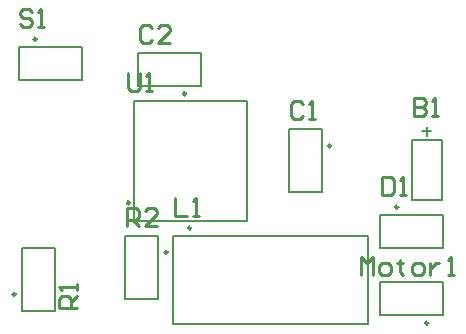
<source format=gto>
G04*
G04 #@! TF.GenerationSoftware,Altium Limited,Altium Designer,20.0.13 (296)*
G04*
G04 Layer_Color=65535*
%FSLAX44Y44*%
%MOMM*%
G71*
G01*
G75*
%ADD10C,0.2500*%
%ADD11C,0.2000*%
%ADD12C,0.2540*%
%ADD13C,0.1500*%
D10*
X382250Y7440D02*
G03*
X382250Y7440I-1250J0D01*
G01*
X32820Y31750D02*
G03*
X32820Y31750I-1250J0D01*
G01*
X299880Y157480D02*
G03*
X299880Y157480I-1250J0D01*
G01*
X176987Y201623D02*
G03*
X176987Y201623I-1250J0D01*
G01*
X356850Y105590D02*
G03*
X356850Y105590I-1250J0D01*
G01*
X161548Y67310D02*
G03*
X161548Y67310I-1250J0D01*
G01*
X50780Y247830D02*
G03*
X50780Y247830I-1250J0D01*
G01*
X129520Y109220D02*
G03*
X129520Y109220I-1250J0D01*
G01*
X181590Y87937D02*
G03*
X181590Y87937I-1250J0D01*
G01*
D11*
X341600Y41940D02*
X395000D01*
X341600Y13940D02*
X395000D01*
X341600D02*
Y41940D01*
X395000Y13940D02*
Y41940D01*
X38070Y17750D02*
X66070D01*
X38070Y71150D02*
X66070D01*
X38070Y17750D02*
Y71150D01*
X66070Y17750D02*
Y71150D01*
X393700Y111760D02*
Y162560D01*
X368300D02*
X393700D01*
X368300Y111760D02*
Y162560D01*
Y111760D02*
X393700D01*
X264130Y118080D02*
Y171480D01*
X292130Y118080D02*
Y171480D01*
X264130Y118080D02*
X292130D01*
X264130Y171480D02*
X292130D01*
X136337Y236122D02*
X189737D01*
X136337Y208123D02*
X189737D01*
X136337D02*
Y236122D01*
X189737Y208123D02*
Y236122D01*
X395000Y71090D02*
Y99090D01*
X341600D02*
X395000D01*
X341600Y71090D02*
Y99090D01*
Y71090D02*
X395000D01*
X125798Y81310D02*
X153798D01*
X125798Y27910D02*
X153798D01*
Y81310D01*
X125798Y27910D02*
Y81310D01*
X35530Y213330D02*
X88930D01*
X35530Y241330D02*
X88930D01*
Y213330D02*
Y241330D01*
X35530Y213330D02*
Y241330D01*
X133350Y93980D02*
X228600D01*
X133350Y195580D02*
X228600D01*
X133350Y93980D02*
Y195580D01*
X228600Y93980D02*
Y195580D01*
X166340Y6478D02*
X331470D01*
Y81438D01*
X166340Y6478D02*
Y81438D01*
X331470D01*
D12*
X325120Y48260D02*
Y63495D01*
X330198Y58417D01*
X335277Y63495D01*
Y48260D01*
X342894D02*
X347973D01*
X350512Y50799D01*
Y55877D01*
X347973Y58417D01*
X342894D01*
X340355Y55877D01*
Y50799D01*
X342894Y48260D01*
X358129Y60956D02*
Y58417D01*
X355590D01*
X360668D01*
X358129D01*
Y50799D01*
X360668Y48260D01*
X370825D02*
X375904D01*
X378443Y50799D01*
Y55877D01*
X375904Y58417D01*
X370825D01*
X368286Y55877D01*
Y50799D01*
X370825Y48260D01*
X383521Y58417D02*
Y48260D01*
Y53338D01*
X386060Y55877D01*
X388600Y58417D01*
X391139D01*
X398756Y48260D02*
X403834D01*
X401295D01*
Y63495D01*
X398756Y60956D01*
X85090Y20320D02*
X69855D01*
Y27938D01*
X72394Y30477D01*
X77473D01*
X80012Y27938D01*
Y20320D01*
Y25398D02*
X85090Y30477D01*
Y35555D02*
Y40633D01*
Y38094D01*
X69855D01*
X72394Y35555D01*
X369824Y198115D02*
Y182880D01*
X377441D01*
X379981Y185419D01*
Y187958D01*
X377441Y190497D01*
X369824D01*
X377441D01*
X379981Y193037D01*
Y195576D01*
X377441Y198115D01*
X369824D01*
X385059Y182880D02*
X390137D01*
X387598D01*
Y198115D01*
X385059Y195576D01*
X275841Y192782D02*
X273302Y195321D01*
X268223D01*
X265684Y192782D01*
Y182625D01*
X268223Y180086D01*
X273302D01*
X275841Y182625D01*
X280919Y180086D02*
X285997D01*
X283458D01*
Y195321D01*
X280919Y192782D01*
X148048Y257424D02*
X145509Y259964D01*
X140431D01*
X137892Y257424D01*
Y247268D01*
X140431Y244729D01*
X145509D01*
X148048Y247268D01*
X163283Y244729D02*
X153126D01*
X163283Y254885D01*
Y257424D01*
X160744Y259964D01*
X155666D01*
X153126Y257424D01*
X343027Y130932D02*
Y115697D01*
X350644D01*
X353184Y118236D01*
Y128393D01*
X350644Y130932D01*
X343027D01*
X358262Y115697D02*
X363340D01*
X360801D01*
Y130932D01*
X358262Y128393D01*
X127352Y89916D02*
Y105151D01*
X134969D01*
X137508Y102612D01*
Y97534D01*
X134969Y94994D01*
X127352D01*
X132430D02*
X137508Y89916D01*
X152743D02*
X142586D01*
X152743Y100073D01*
Y102612D01*
X150204Y105151D01*
X145126D01*
X142586Y102612D01*
X47114Y270633D02*
X44574Y273172D01*
X39496D01*
X36957Y270633D01*
Y268094D01*
X39496Y265555D01*
X44574D01*
X47114Y263015D01*
Y260476D01*
X44574Y257937D01*
X39496D01*
X36957Y260476D01*
X52192Y257937D02*
X57270D01*
X54731D01*
Y273172D01*
X52192Y270633D01*
X128270Y219451D02*
Y206755D01*
X130809Y204216D01*
X135887D01*
X138427Y206755D01*
Y219451D01*
X143505Y204216D02*
X148583D01*
X146044D01*
Y219451D01*
X143505Y216912D01*
X167894Y113377D02*
Y98142D01*
X178051D01*
X183129D02*
X188207D01*
X185668D01*
Y113377D01*
X183129Y110838D01*
D13*
X380978Y173860D02*
Y166196D01*
X384810Y170028D02*
X377146D01*
M02*

</source>
